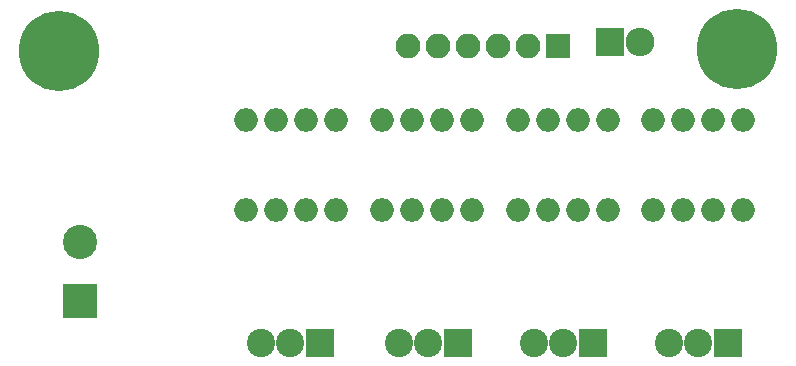
<source format=gbs>
G04 #@! TF.FileFunction,Soldermask,Bot*
%FSLAX46Y46*%
G04 Gerber Fmt 4.6, Leading zero omitted, Abs format (unit mm)*
G04 Created by KiCad (PCBNEW 4.0.6+dfsg1-1) date Mon Feb 26 19:53:53 2018*
%MOMM*%
%LPD*%
G01*
G04 APERTURE LIST*
%ADD10C,0.100000*%
%ADD11R,2.900000X2.900000*%
%ADD12C,2.900000*%
%ADD13R,2.400000X2.400000*%
%ADD14C,2.400000*%
%ADD15O,2.000000X2.000000*%
%ADD16R,2.100000X2.100000*%
%ADD17O,2.100000X2.100000*%
%ADD18R,2.432000X2.432000*%
%ADD19O,2.432000X2.432000*%
%ADD20C,6.800000*%
%ADD21C,1.000000*%
G04 APERTURE END LIST*
D10*
D11*
X5496560Y8971280D03*
D12*
X5496560Y13971280D03*
D13*
X37500560Y5415280D03*
D14*
X34960560Y5415280D03*
X32460560Y5415280D03*
D15*
X19535760Y16650880D03*
X22075760Y16650880D03*
X24615760Y16650880D03*
X27155760Y16650880D03*
X27155760Y24270880D03*
X24615760Y24270880D03*
X22075760Y24270880D03*
X19535760Y24270880D03*
D16*
X45935760Y30550880D03*
D17*
X43395760Y30550880D03*
X40855760Y30550880D03*
X38315760Y30550880D03*
X35775760Y30550880D03*
X33235760Y30550880D03*
D15*
X31035760Y16650880D03*
X33575760Y16650880D03*
X36115760Y16650880D03*
X38655760Y16650880D03*
X38655760Y24270880D03*
X36115760Y24270880D03*
X33575760Y24270880D03*
X31035760Y24270880D03*
X42535760Y16650880D03*
X45075760Y16650880D03*
X47615760Y16650880D03*
X50155760Y16650880D03*
X50155760Y24270880D03*
X47615760Y24270880D03*
X45075760Y24270880D03*
X42535760Y24270880D03*
X54035760Y16650880D03*
X56575760Y16650880D03*
X59115760Y16650880D03*
X61655760Y16650880D03*
X61655760Y24270880D03*
X59115760Y24270880D03*
X56575760Y24270880D03*
X54035760Y24270880D03*
D13*
X60360560Y5415280D03*
D14*
X57820560Y5415280D03*
X55320560Y5415280D03*
D13*
X48930560Y5415280D03*
D14*
X46390560Y5415280D03*
X43890560Y5415280D03*
D13*
X25816560Y5415280D03*
D14*
X23276560Y5415280D03*
X20776560Y5415280D03*
D18*
X50374560Y30871280D03*
D19*
X52914560Y30871280D03*
D20*
X61122560Y30307280D03*
D21*
X63522560Y30307280D03*
X62819616Y28610224D03*
X61122560Y27907280D03*
X59425504Y28610224D03*
X58722560Y30307280D03*
X59425504Y32004336D03*
X61122560Y32707280D03*
X62819616Y32004336D03*
D20*
X3718560Y30180280D03*
D21*
X6118560Y30180280D03*
X5415616Y28483224D03*
X3718560Y27780280D03*
X2021504Y28483224D03*
X1318560Y30180280D03*
X2021504Y31877336D03*
X3718560Y32580280D03*
X5415616Y31877336D03*
M02*

</source>
